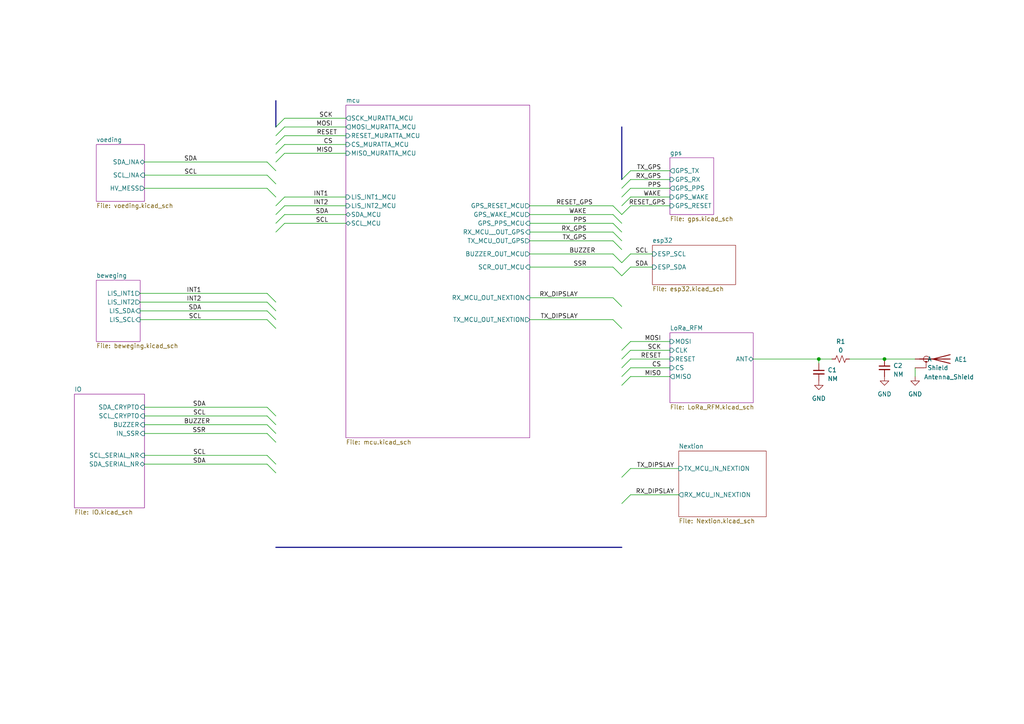
<source format=kicad_sch>
(kicad_sch (version 20210621) (generator eeschema)
  (paper "A4")
  (lib_symbols
    (symbol "Device:Antenna_Shield" (pin_numbers hide) (pin_names (offset 1.016))
      (property "Reference" "AE" (at -1.905 4.445 0))
      (property "Value" "Antenna_Shield" (at -1.905 2.54 0))
      (symbol "Antenna_Shield_0_1"
        (arc (start 0 -2.667) (end -0.508 -1.143) (radius (at -0.0254 -1.8542) (length 0.8128) (angles -88.2 124.2)))
        (arc (start 0 -2.667) (end 0.508 -1.143) (radius (at 0.0254 -1.8542) (length 0.8128) (angles -91.8 55.8)))
        (circle (center 0.762 -1.905) (radius 0.1778) (fill (type outline)))
        (polyline (pts (xy 0 -2.54) (xy 0 0)))
        (polyline (pts (xy 0 5.08) (xy 0 -3.81)) (stroke (width 0.254)))
        (polyline (pts (xy 0.762 -1.905) (xy 2.54 -1.905)))
        (polyline (pts (xy 2.54 -2.54) (xy 2.54 -1.905)))
        (polyline (pts (xy 1.27 5.08) (xy 0 0) (xy -1.27 5.08)) (stroke (width 0.254)))
      )
      (symbol "Antenna_Shield_1_1"
        (pin input line (at 0 -5.08 90) (length 2.54) (name "A") (number "1"))
        (pin input line (at 2.54 -5.08 90) (length 2.54) (name "Shield") (number "2"))
      )
    )
    (symbol "Device:C_Small" (pin_numbers hide) (pin_names (offset 0.254) hide)
      (property "Reference" "C" (at 0.254 1.778 0))
      (property "Value" "C_Small" (at 0.254 -2.032 0))
      (symbol "C_Small_0_1"
        (polyline (pts (xy -1.524 -0.508) (xy 1.524 -0.508)) (stroke (width 0.3302)))
        (polyline (pts (xy -1.524 0.508) (xy 1.524 0.508)) (stroke (width 0.3048)))
      )
      (symbol "C_Small_1_1"
        (pin passive line (at 0 2.54 270) (length 2.032) (name "~") (number "1"))
        (pin passive line (at 0 -2.54 90) (length 2.032) (name "~") (number "2"))
      )
    )
    (symbol "Device:R_Small_US" (pin_numbers hide) (pin_names (offset 0.254) hide)
      (property "Reference" "R" (at 0.762 0.508 0))
      (property "Value" "R_Small_US" (at 0.762 -1.016 0))
      (symbol "R_Small_US_1_1"
        (polyline (pts (xy 0 0) (xy 1.016 -0.381) (xy 0 -0.762) (xy -1.016 -1.143) (xy 0 -1.524)))
        (polyline (pts (xy 0 1.524) (xy 1.016 1.143) (xy 0 0.762) (xy -1.016 0.381) (xy 0 0)))
        (pin passive line (at 0 2.54 270) (length 1.016) (name "~") (number "1"))
        (pin passive line (at 0 -2.54 90) (length 1.016) (name "~") (number "2"))
      )
    )
    (symbol "power:GND" (power) (pin_names (offset 0))
      (property "Value" "GND" (at 0 -3.81 0))
      (symbol "GND_0_1"
        (polyline (pts (xy 0 0) (xy 0 -1.27) (xy 1.27 -1.27) (xy 0 -2.54) (xy -1.27 -1.27) (xy 0 -1.27)))
      )
      (symbol "GND_1_1"
        (pin power_in line (at 0 0 270) (length 0) hide (name "GND") (number "1"))
      )
    )
  )
  (junction (at 237.49 104.14) (diameter 0.9144))
  (junction (at 256.54 104.14) (diameter 0.9144))
  (bus_entry (at 77.47 46.99) (size 2.54 2.54) (stroke (width 0.1524)))
  (bus_entry (at 77.47 50.8) (size 2.54 2.54) (stroke (width 0.1524)))
  (bus_entry (at 77.47 54.61) (size 2.54 2.54) (stroke (width 0.1524)))
  (bus_entry (at 77.47 85.09) (size 2.54 2.54) (stroke (width 0.1524)))
  (bus_entry (at 77.47 87.63) (size 2.54 2.54) (stroke (width 0.1524)))
  (bus_entry (at 77.47 90.17) (size 2.54 2.54) (stroke (width 0.1524)))
  (bus_entry (at 77.47 92.71) (size 2.54 2.54) (stroke (width 0.1524)))
  (bus_entry (at 77.47 118.11) (size 2.54 2.54) (stroke (width 0.1524)))
  (bus_entry (at 77.47 120.65) (size 2.54 2.54) (stroke (width 0.1524)))
  (bus_entry (at 77.47 123.19) (size 2.54 2.54) (stroke (width 0.1524)))
  (bus_entry (at 77.47 125.73) (size 2.54 2.54) (stroke (width 0.1524)))
  (bus_entry (at 77.47 132.08) (size 2.54 2.54) (stroke (width 0.1524)))
  (bus_entry (at 77.47 134.62) (size 2.54 2.54) (stroke (width 0.1524)))
  (bus_entry (at 80.01 36.83) (size 2.54 -2.54) (stroke (width 0.1524)))
  (bus_entry (at 80.01 39.37) (size 2.54 -2.54) (stroke (width 0.1524)))
  (bus_entry (at 80.01 41.91) (size 2.54 -2.54) (stroke (width 0.1524)))
  (bus_entry (at 80.01 44.45) (size 2.54 -2.54) (stroke (width 0.1524)))
  (bus_entry (at 80.01 46.99) (size 2.54 -2.54) (stroke (width 0.1524)))
  (bus_entry (at 80.01 59.69) (size 2.54 -2.54) (stroke (width 0.1524)))
  (bus_entry (at 80.01 62.23) (size 2.54 -2.54) (stroke (width 0.1524)))
  (bus_entry (at 80.01 64.77) (size 2.54 -2.54) (stroke (width 0.1524)))
  (bus_entry (at 80.01 67.31) (size 2.54 -2.54) (stroke (width 0.1524)))
  (bus_entry (at 177.8 62.23) (size 2.54 2.54) (stroke (width 0.1524)))
  (bus_entry (at 177.8 64.77) (size 2.54 2.54) (stroke (width 0.1524)))
  (bus_entry (at 177.8 67.31) (size 2.54 2.54) (stroke (width 0.1524)))
  (bus_entry (at 177.8 69.85) (size 2.54 2.54) (stroke (width 0.1524)))
  (bus_entry (at 177.8 73.66) (size 2.54 2.54) (stroke (width 0.1524)))
  (bus_entry (at 177.8 77.47) (size 2.54 2.54) (stroke (width 0.1524)))
  (bus_entry (at 177.8 86.36) (size 2.54 2.54) (stroke (width 0.1524)))
  (bus_entry (at 177.8 92.71) (size 2.54 2.54) (stroke (width 0.1524)))
  (bus_entry (at 180.34 52.07) (size 2.54 -2.54) (stroke (width 0.1524)))
  (bus_entry (at 180.34 54.61) (size 2.54 -2.54) (stroke (width 0.1524)))
  (bus_entry (at 180.34 57.15) (size 2.54 -2.54) (stroke (width 0.1524)))
  (bus_entry (at 180.34 59.69) (size 2.54 -2.54) (stroke (width 0.1524)))
  (bus_entry (at 180.34 62.23) (size -2.54 -2.54) (stroke (width 0.1524)))
  (bus_entry (at 180.34 62.23) (size 2.54 -2.54) (stroke (width 0.1524)))
  (bus_entry (at 180.34 76.2) (size 2.54 -2.54) (stroke (width 0.1524)))
  (bus_entry (at 180.34 80.01) (size 2.54 -2.54) (stroke (width 0.1524)))
  (bus_entry (at 180.34 101.6) (size 2.54 -2.54) (stroke (width 0.1524)))
  (bus_entry (at 180.34 104.14) (size 2.54 -2.54) (stroke (width 0.1524)))
  (bus_entry (at 180.34 106.68) (size 2.54 -2.54) (stroke (width 0.1524)))
  (bus_entry (at 180.34 109.22) (size 2.54 -2.54) (stroke (width 0.1524)))
  (bus_entry (at 180.34 111.76) (size 2.54 -2.54) (stroke (width 0.1524)))
  (bus_entry (at 180.34 138.43) (size 2.54 -2.54) (stroke (width 0.1524)))
  (bus_entry (at 180.34 146.05) (size 2.54 -2.54) (stroke (width 0.1524)))
  (wire (pts (xy 40.64 85.09) (xy 77.47 85.09)))
  (wire (pts (xy 40.64 87.63) (xy 77.47 87.63)))
  (wire (pts (xy 40.64 90.17) (xy 77.47 90.17)))
  (wire (pts (xy 40.64 92.71) (xy 77.47 92.71)))
  (wire (pts (xy 41.91 46.99) (xy 77.47 46.99)))
  (wire (pts (xy 41.91 50.8) (xy 77.47 50.8)))
  (wire (pts (xy 41.91 54.61) (xy 77.47 54.61)))
  (wire (pts (xy 41.91 118.11) (xy 77.47 118.11)))
  (wire (pts (xy 41.91 120.65) (xy 77.47 120.65)))
  (wire (pts (xy 41.91 123.19) (xy 77.47 123.19)))
  (wire (pts (xy 41.91 125.73) (xy 77.47 125.73)))
  (wire (pts (xy 41.91 132.08) (xy 77.47 132.08)))
  (wire (pts (xy 41.91 134.62) (xy 77.47 134.62)))
  (wire (pts (xy 82.55 34.29) (xy 100.33 34.29)))
  (wire (pts (xy 82.55 36.83) (xy 100.33 36.83)))
  (wire (pts (xy 82.55 39.37) (xy 100.33 39.37)))
  (wire (pts (xy 82.55 41.91) (xy 100.33 41.91)))
  (wire (pts (xy 82.55 44.45) (xy 100.33 44.45)))
  (wire (pts (xy 82.55 57.15) (xy 100.33 57.15)))
  (wire (pts (xy 82.55 59.69) (xy 100.33 59.69)))
  (wire (pts (xy 82.55 62.23) (xy 100.33 62.23)))
  (wire (pts (xy 82.55 64.77) (xy 100.33 64.77)))
  (wire (pts (xy 153.67 59.69) (xy 177.8 59.69)))
  (wire (pts (xy 153.67 62.23) (xy 177.8 62.23)))
  (wire (pts (xy 153.67 64.77) (xy 177.8 64.77)))
  (wire (pts (xy 153.67 67.31) (xy 177.8 67.31)))
  (wire (pts (xy 153.67 69.85) (xy 177.8 69.85)))
  (wire (pts (xy 153.67 73.66) (xy 177.8 73.66)))
  (wire (pts (xy 153.67 77.47) (xy 177.8 77.47)))
  (wire (pts (xy 153.67 86.36) (xy 177.8 86.36)))
  (wire (pts (xy 153.67 92.71) (xy 177.8 92.71)))
  (wire (pts (xy 182.88 49.53) (xy 194.31 49.53)))
  (wire (pts (xy 182.88 52.07) (xy 194.31 52.07)))
  (wire (pts (xy 182.88 54.61) (xy 194.31 54.61)))
  (wire (pts (xy 182.88 57.15) (xy 194.31 57.15)))
  (wire (pts (xy 182.88 59.69) (xy 194.31 59.69)))
  (wire (pts (xy 182.88 73.66) (xy 189.23 73.66)))
  (wire (pts (xy 182.88 77.47) (xy 189.23 77.47)))
  (wire (pts (xy 182.88 99.06) (xy 194.31 99.06)))
  (wire (pts (xy 182.88 101.6) (xy 194.31 101.6)))
  (wire (pts (xy 182.88 104.14) (xy 194.31 104.14)))
  (wire (pts (xy 182.88 106.68) (xy 194.31 106.68)))
  (wire (pts (xy 182.88 109.22) (xy 194.31 109.22)))
  (wire (pts (xy 182.88 135.89) (xy 196.85 135.89)))
  (wire (pts (xy 182.88 143.51) (xy 196.85 143.51)))
  (wire (pts (xy 218.44 104.14) (xy 237.49 104.14)))
  (wire (pts (xy 237.49 104.14) (xy 241.3 104.14)))
  (wire (pts (xy 237.49 105.41) (xy 237.49 104.14)))
  (wire (pts (xy 246.38 104.14) (xy 256.54 104.14)))
  (wire (pts (xy 256.54 104.14) (xy 265.43 104.14)))
  (wire (pts (xy 265.43 106.68) (xy 265.43 109.22)))
  (bus (pts (xy 80.01 29.21) (xy 80.01 158.75)))
  (bus (pts (xy 80.01 158.75) (xy 180.34 158.75)))
  (bus (pts (xy 180.34 36.83) (xy 180.34 158.75)))
  (label "SDA" (at 57.15 46.99 180))
  (label "SCL" (at 57.15 50.8 180))
  (label "INT1" (at 58.42 85.09 180))
  (label "INT2" (at 58.42 87.63 180))
  (label "SDA" (at 58.42 90.17 180))
  (label "SCL" (at 58.42 92.71 180))
  (label "SDA" (at 59.69 118.11 180))
  (label "SCL" (at 59.69 120.65 180))
  (label "SSR" (at 59.69 125.73 180))
  (label "SCL" (at 59.69 132.08 180))
  (label "SDA" (at 59.69 134.62 180))
  (label "BUZZER" (at 60.96 123.19 180))
  (label "INT1" (at 95.25 57.15 180))
  (label "INT2" (at 95.25 59.69 180))
  (label "SDA" (at 95.25 62.23 180))
  (label "SCL" (at 95.25 64.77 180))
  (label "SCK" (at 96.52 34.29 180))
  (label "MOSI" (at 96.52 36.83 180))
  (label "CS" (at 96.52 41.91 180))
  (label "MISO" (at 96.52 44.45 180))
  (label "RESET" (at 97.79 39.37 180))
  (label "RESET_GPS" (at 161.29 59.69 0))
  (label "RX_DIPSLAY" (at 167.64 86.36 180))
  (label "TX_DIPSLAY" (at 167.64 92.71 180))
  (label "WAKE" (at 170.18 62.23 180))
  (label "PPS" (at 170.18 64.77 180))
  (label "RX_GPS" (at 170.18 67.31 180))
  (label "TX_GPS" (at 170.18 69.85 180))
  (label "SSR" (at 170.18 77.47 180))
  (label "BUZZER" (at 172.72 73.66 180))
  (label "SCL" (at 187.96 73.66 180))
  (label "SDA" (at 187.96 77.47 180))
  (label "TX_GPS" (at 191.77 49.53 180))
  (label "RX_GPS" (at 191.77 52.07 180))
  (label "PPS" (at 191.77 54.61 180))
  (label "WAKE" (at 191.77 57.15 180))
  (label "MOSI" (at 191.77 99.06 180))
  (label "SCK" (at 191.77 101.6 180))
  (label "RESET" (at 191.77 104.14 180))
  (label "CS" (at 191.77 106.68 180))
  (label "MISO" (at 191.77 109.22 180))
  (label "RESET_GPS" (at 193.04 59.69 180))
  (label "TX_DIPSLAY" (at 195.58 135.89 180))
  (label "RX_DIPSLAY" (at 195.58 143.51 180))
  (symbol (lib_id "power:GND") (at 237.49 110.49 0) (unit 1)
    (property "Reference" "#PWR0101" (effects hide))
    (property "Value" "GND" (at 237.49 115.57 0))
  )
  (symbol (lib_id "power:GND") (at 256.54 109.22 0) (unit 1)
    (property "Reference" "#PWR0103" (effects hide))
    (property "Value" "GND" (at 256.54 114.3 0))
  )
  (symbol (lib_id "power:GND") (at 265.43 109.22 0) (unit 1)
    (property "Reference" "#PWR0102" (effects hide))
    (property "Value" "GND" (at 265.43 114.3 0))
  )
  (symbol (lib_id "Device:R_Small_US") (at 243.84 104.14 90) (unit 1)
    (property "Reference" "R1" (at 243.84 99.06 90))
    (property "Value" "0" (at 243.84 101.6 90))
    (property "Footprint" "vanalles:0603RL" (effects hide))
  )
  (symbol (lib_id "Device:C_Small") (at 237.49 107.95 0) (unit 1)
    (property "Reference" "C1" (at 240.03 107.3149 0) (effects (justify left)))
    (property "Value" "NM" (at 240.03 109.8549 0) (effects (justify left)))
    (property "Footprint" "vanalles:0603" (effects hide))
  )
  (symbol (lib_id "Device:C_Small") (at 256.54 106.68 0) (unit 1)
    (property "Reference" "C2" (at 259.08 106.0449 0) (effects (justify left)))
    (property "Value" "NM" (at 259.08 108.5849 0) (effects (justify left)))
    (property "Footprint" "vanalles:0603" (effects hide))
  )
  (symbol (lib_id "Device:Antenna_Shield") (at 270.51 104.14 270) (unit 1)
    (property "Reference" "AE1" (at 276.86 104.2669 90) (effects (justify left)))
    (property "Value" "Antenna_Shield" (at 267.97 109.3469 90) (effects (justify left)))
    (property "Footprint" "connectors_user:ufl connector" (effects hide))
  )
  (sheet (at 21.59 114.3) (size 20.32 33.02) (stroke (width 0.0006) (color 132 0 132 1)) (fill (color 255 255 255 0.0000))
    (property "Sheet name" "IO" (at 21.59 113.6643 0) (effects (justify left bottom)))
    (property "Sheet file" "IO.kicad_sch" (at 21.59 147.8287 0) (effects (justify left top)))
    (pin "IN_SSR" input (at 41.91 125.73 0))
    (pin "SCL_SERIAL_NR" input (at 41.91 132.08 0))
    (pin "SDA_SERIAL_NR" bidirectional (at 41.91 134.62 0))
    (pin "BUZZER" input (at 41.91 123.19 0))
    (pin "SCL_CRYPTO" input (at 41.91 120.65 0))
    (pin "SDA_CRYPTO" input (at 41.91 118.11 0))
  )
  (sheet (at 194.31 96.52) (size 24.13 20.32) (stroke (width 0.0006) (color 132 0 132 1)) (fill (color 255 255 255 0.0000))
    (property "Sheet name" "LoRa_RFM" (at 194.31 95.8843 0) (effects (justify left bottom)))
    (property "Sheet file" "LoRa_RFM.kicad_sch" (at 194.31 117.3487 0) (effects (justify left top)))
    (pin "RESET" input (at 194.31 104.14 180))
    (pin "CS" input (at 194.31 106.68 180))
    (pin "MOSI" input (at 194.31 99.06 180))
    (pin "MISO" output (at 194.31 109.22 180))
    (pin "CLK" input (at 194.31 101.6 180))
    (pin "ANT" bidirectional (at 218.44 104.14 0))
  )
  (sheet (at 196.85 130.81) (size 25.4 19.05) (stroke (width 0.0006))
    (property "Sheet name" "Nextion" (at 196.85 130.1743 0) (effects (justify left bottom)))
    (property "Sheet file" "Nextion.kicad_sch" (at 196.85 150.3687 0) (effects (justify left top)))
    (pin "TX_MCU_IN_NEXTION" input (at 196.85 135.89 180))
    (pin "RX_MCU_IN_NEXTION" output (at 196.85 143.51 180))
  )
  (sheet (at 27.94 81.28) (size 12.7 17.78) (stroke (width 0.0006) (color 132 0 132 1)) (fill (color 255 255 255 0.0000))
    (property "Sheet name" "beweging" (at 27.94 80.6443 0) (effects (justify left bottom)))
    (property "Sheet file" "beweging.kicad_sch" (at 27.94 99.5687 0) (effects (justify left top)))
    (pin "LIS_INT2" output (at 40.64 87.63 0))
    (pin "LIS_INT1" output (at 40.64 85.09 0))
    (pin "LIS_SDA" input (at 40.64 90.17 0))
    (pin "LIS_SCL" input (at 40.64 92.71 0))
  )
  (sheet (at 189.23 71.12) (size 24.13 11.43) (stroke (width 0.0006))
    (property "Sheet name" "esp32" (at 189.23 70.4843 0) (effects (justify left bottom)))
    (property "Sheet file" "esp32.kicad_sch" (at 189.23 83.0587 0) (effects (justify left top)))
    (pin "ESP_SCL" input (at 189.23 73.66 180))
    (pin "ESP_SDA" input (at 189.23 77.47 180))
  )
  (sheet (at 194.31 45.72) (size 12.7 16.51) (stroke (width 0.0006) (color 132 0 132 1)) (fill (color 255 255 255 0.0000))
    (property "Sheet name" "gps" (at 194.31 45.0843 0) (effects (justify left bottom)))
    (property "Sheet file" "gps.kicad_sch" (at 194.31 62.7387 0) (effects (justify left top)))
    (pin "GPS_WAKE" input (at 194.31 57.15 180))
    (pin "GPS_PPS" output (at 194.31 54.61 180))
    (pin "GPS_TX" output (at 194.31 49.53 180))
    (pin "GPS_RX" input (at 194.31 52.07 180))
    (pin "GPS_RESET" input (at 194.31 59.69 180))
  )
  (sheet (at 100.33 30.48) (size 53.34 96.52) (stroke (width 0.0006) (color 132 0 132 1)) (fill (color 255 255 255 0.0000))
    (property "Sheet name" "mcu" (at 100.33 29.8443 0) (effects (justify left bottom)))
    (property "Sheet file" "mcu.kicad_sch" (at 100.33 127.5087 0) (effects (justify left top)))
    (pin "MOSI_MURATTA_MCU" output (at 100.33 36.83 180))
    (pin "SCK_MURATTA_MCU" output (at 100.33 34.29 180))
    (pin "CS_MURATTA_MCU" input (at 100.33 41.91 180))
    (pin "RESET_MURATTA_MCU" input (at 100.33 39.37 180))
    (pin "MISO_MURATTA_MCU" input (at 100.33 44.45 180))
    (pin "GPS_WAKE_MCU" output (at 153.67 62.23 0))
    (pin "GPS_PPS_MCU" input (at 153.67 64.77 0))
    (pin "LIS_INT2_MCU" input (at 100.33 59.69 180))
    (pin "SDA_MCU" bidirectional (at 100.33 62.23 180))
    (pin "LIS_INT1_MCU" input (at 100.33 57.15 180))
    (pin "SCL_MCU" bidirectional (at 100.33 64.77 180))
    (pin "BUZZER_OUT_MCU" output (at 153.67 73.66 0))
    (pin "SCR_OUT_MCU" input (at 153.67 77.47 0))
    (pin "GPS_RESET_MCU" output (at 153.67 59.69 0))
    (pin "RX_MCU_OUT_NEXTION" input (at 153.67 86.36 0))
    (pin "TX_MCU_OUT_NEXTION" output (at 153.67 92.71 0))
    (pin "TX_MCU_OUT_GPS" output (at 153.67 69.85 0))
    (pin "RX_MCU__OUT_GPS" input (at 153.67 67.31 0))
  )
  (sheet (at 27.94 41.91) (size 13.97 16.51) (stroke (width 0.0006) (color 132 0 132 1)) (fill (color 255 255 255 0.0000))
    (property "Sheet name" "voeding" (at 27.94 41.2743 0) (effects (justify left bottom)))
    (property "Sheet file" "voeding.kicad_sch" (at 27.94 58.9287 0) (effects (justify left top)))
    (pin "SCL_INA" input (at 41.91 50.8 0))
    (pin "SDA_INA" bidirectional (at 41.91 46.99 0))
    (pin "HV_MESS" output (at 41.91 54.61 0))
  )
)
</source>
